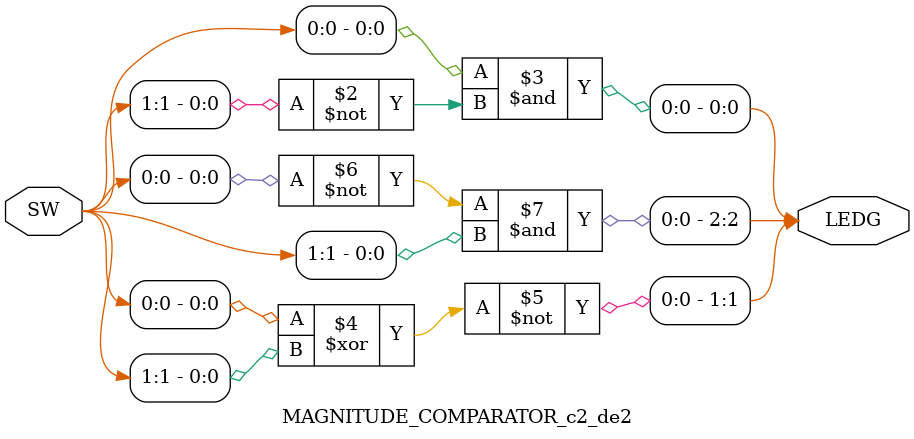
<source format=v>
module MAGNITUDE_COMPARATOR_c2_de2 (
	input[1:0] SW,
	output reg[2:0] LEDG
);

	always @(SW[0], SW[1]) begin
		LEDG[0] <= SW[0] & ~SW[1];
		LEDG[1] <= ~(SW[0]^SW[1]);
		LEDG[2] <= ~SW[0] & SW[1];
	end
endmodule
</source>
